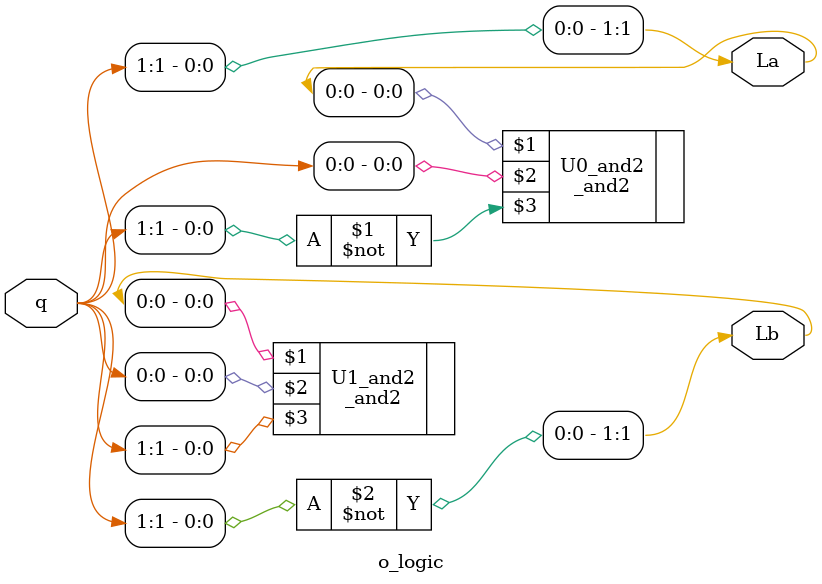
<source format=v>
module o_logic(La, Lb, q);		//output logic
	input[1:0] q;
	output[1:0] La, Lb;
	
	assign La[1] = q[1];		//La1's boolean
	
	_and2 U0_and2(La[0], q[0], ~q[1]);			//La[0] = q[0] & ~q[1];
	
	
	assign Lb[1] = ~q[1];	//Lb1's boolean
	
	_and2 U1_and2(Lb[0], q[0], q[1]);			//Lb[0] = q[0] & q[1];
	
endmodule 

</source>
